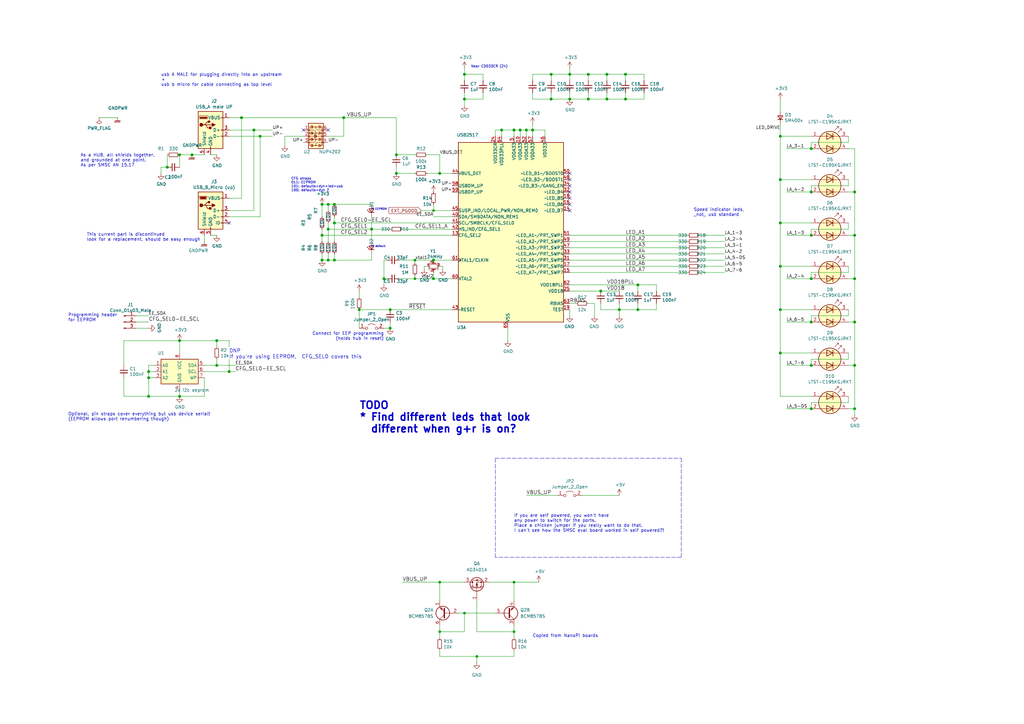
<source format=kicad_sch>
(kicad_sch (version 20211123) (generator eeschema)
  (paper "A3")
  (junction (at 78.74 63.5) (diameter 1.016))
  (junction (at 332.74 149.86) (diameter 1.016))
  (junction (at 73.66 63.5) (diameter 1.016))
  (junction (at 140.97 48.26) (diameter 1.016))
  (junction (at 350.52 149.86) (diameter 1.016))
  (junction (at 320.04 73.66) (diameter 1.016))
  (junction (at 226.06 30.48) (diameter 1.016))
  (junction (at 226.06 40.64) (diameter 1.016))
  (junction (at 248.92 40.64) (diameter 1.016))
  (junction (at 137.16 91.44) (diameter 1.016))
  (junction (at 233.68 40.64) (diameter 1.016))
  (junction (at 152.4 93.98) (diameter 1.016))
  (junction (at 233.68 30.48) (diameter 1.016))
  (junction (at 132.08 83.82) (diameter 1.016))
  (junction (at 160.02 127) (diameter 1.016))
  (junction (at 99.06 48.26) (diameter 1.016))
  (junction (at 218.44 53.34) (diameter 1.016))
  (junction (at 180.34 71.12) (diameter 1.016))
  (junction (at 210.82 259.08))
  (junction (at 320.04 144.78) (diameter 1.016))
  (junction (at 170.18 114.3))
  (junction (at 162.56 71.12) (diameter 1.016))
  (junction (at 256.54 40.64) (diameter 1.016))
  (junction (at 177.8 106.68) (diameter 1.016))
  (junction (at 350.52 114.3) (diameter 1.016))
  (junction (at 350.52 167.64) (diameter 1.016))
  (junction (at 332.74 114.3) (diameter 1.016))
  (junction (at 132.08 96.52) (diameter 1.016))
  (junction (at 160.02 134.62) (diameter 1.016))
  (junction (at 350.52 78.74) (diameter 1.016))
  (junction (at 248.92 30.48) (diameter 1.016))
  (junction (at 254 127) (diameter 1.016))
  (junction (at 261.62 127) (diameter 1.016))
  (junction (at 320.04 55.88) (diameter 1.016))
  (junction (at 137.16 83.82) (diameter 1.016))
  (junction (at 210.82 53.34) (diameter 1.016))
  (junction (at 157.48 114.3) (diameter 1.016))
  (junction (at 320.04 91.44) (diameter 1.016))
  (junction (at 241.3 40.64) (diameter 1.016))
  (junction (at 332.74 60.96) (diameter 1.016))
  (junction (at 162.56 63.5) (diameter 1.016))
  (junction (at 60.96 154.94) (diameter 1.016))
  (junction (at 205.74 53.34) (diameter 1.016))
  (junction (at 210.82 238.76))
  (junction (at 170.18 106.68))
  (junction (at 134.62 106.68) (diameter 1.016))
  (junction (at 106.68 55.88) (diameter 1.016))
  (junction (at 134.62 93.98) (diameter 1.016))
  (junction (at 350.52 132.08) (diameter 1.016))
  (junction (at 332.74 132.08) (diameter 1.016))
  (junction (at 261.62 116.84) (diameter 1.016))
  (junction (at 134.62 83.82) (diameter 1.016))
  (junction (at 73.66 162.56) (diameter 1.016))
  (junction (at 332.74 96.52) (diameter 1.016))
  (junction (at 88.9 149.86) (diameter 1.016))
  (junction (at 132.08 106.68) (diameter 1.016))
  (junction (at 332.74 167.64) (diameter 1.016))
  (junction (at 190.5 40.64) (diameter 1.016))
  (junction (at 88.9 139.7) (diameter 1.016))
  (junction (at 180.34 238.76))
  (junction (at 320.04 127) (diameter 1.016))
  (junction (at 350.52 96.52) (diameter 1.016))
  (junction (at 241.3 30.48) (diameter 1.016))
  (junction (at 256.54 30.48) (diameter 1.016))
  (junction (at 190.5 30.48) (diameter 1.016))
  (junction (at 195.58 269.24))
  (junction (at 215.9 53.34) (diameter 1.016))
  (junction (at 137.16 106.68) (diameter 1.016))
  (junction (at 60.96 152.4) (diameter 1.016))
  (junction (at 68.58 68.58) (diameter 1.016))
  (junction (at 180.34 259.08))
  (junction (at 177.8 86.36))
  (junction (at 320.04 109.22) (diameter 1.016))
  (junction (at 60.96 162.56) (diameter 1.016))
  (junction (at 332.74 78.74) (diameter 1.016))
  (junction (at 246.38 119.38) (diameter 1.016))
  (junction (at 73.66 139.7) (diameter 1.016))
  (junction (at 177.8 114.3) (diameter 1.016))
  (junction (at 104.14 53.34) (diameter 1.016))
  (junction (at 93.98 152.4) (diameter 1.016))
  (junction (at 190.5 251.46))
  (junction (at 147.32 127) (diameter 1.016))
  (junction (at 213.36 53.34) (diameter 1.016))
  (no_connect (at 124.46 53.34))
  (no_connect (at 93.98 91.44))
  (no_connect (at 233.68 81.28))
  (no_connect (at 233.68 86.36))
  (no_connect (at 134.62 53.34))
  (no_connect (at 233.68 71.12))
  (no_connect (at 233.68 83.82))
  (no_connect (at 233.68 78.74))
  (no_connect (at 233.68 73.66))
  (no_connect (at 233.68 76.2))
  (wire (pts (xy 322.58 149.86) (xy 332.74 149.86)))
  (wire (pts (xy 264.16 30.48) (xy 256.54 30.48)))
  (wire (pts (xy 350.52 78.74) (xy 350.52 96.52)))
  (wire (pts (xy 332.74 147.32) (xy 332.74 149.86)))
  (wire (pts (xy 347.98 129.54) (xy 332.74 129.54)))
  (wire (pts (xy 347.98 165.1) (xy 332.74 165.1)))
  (wire (pts (xy 287.02 99.06) (xy 297.18 99.06)))
  (wire (pts (xy 269.24 127) (xy 269.24 124.46)))
  (wire (pts (xy 347.98 149.86) (xy 350.52 149.86)))
  (wire (pts (xy 157.48 134.62) (xy 160.02 134.62)))
  (wire (pts (xy 215.9 203.2) (xy 228.6 203.2)))
  (wire (pts (xy 248.92 38.1) (xy 248.92 40.64)))
  (wire (pts (xy 180.34 71.12) (xy 175.26 71.12)))
  (wire (pts (xy 200.66 238.76) (xy 210.82 238.76)))
  (wire (pts (xy 241.3 124.46) (xy 243.84 124.46)))
  (wire (pts (xy 347.98 96.52) (xy 350.52 96.52)))
  (wire (pts (xy 264.16 40.64) (xy 256.54 40.64)))
  (wire (pts (xy 198.12 30.48) (xy 190.5 30.48)))
  (wire (pts (xy 256.54 30.48) (xy 248.92 30.48)))
  (wire (pts (xy 55.88 129.54) (xy 60.96 129.54)))
  (wire (pts (xy 60.96 152.4) (xy 60.96 154.94)))
  (wire (pts (xy 195.58 269.24) (xy 195.58 271.78)))
  (wire (pts (xy 332.74 109.22) (xy 320.04 109.22)))
  (wire (pts (xy 180.34 259.08) (xy 180.34 261.62)))
  (wire (pts (xy 83.82 152.4) (xy 93.98 152.4)))
  (wire (pts (xy 347.98 60.96) (xy 350.52 60.96)))
  (wire (pts (xy 60.96 162.56) (xy 73.66 162.56)))
  (wire (pts (xy 233.68 111.76) (xy 281.94 111.76)))
  (wire (pts (xy 134.62 55.88) (xy 140.97 55.88)))
  (wire (pts (xy 233.68 96.52) (xy 281.94 96.52)))
  (wire (pts (xy 320.04 162.56) (xy 320.04 144.78)))
  (wire (pts (xy 134.62 83.82) (xy 134.62 86.36)))
  (wire (pts (xy 332.74 91.44) (xy 320.04 91.44)))
  (wire (pts (xy 137.16 104.14) (xy 137.16 106.68)))
  (wire (pts (xy 106.68 55.88) (xy 111.76 55.88)))
  (wire (pts (xy 116.84 55.88) (xy 116.84 59.69)))
  (wire (pts (xy 50.8 139.7) (xy 73.66 139.7)))
  (wire (pts (xy 152.4 93.98) (xy 160.02 93.98)))
  (wire (pts (xy 180.34 259.08) (xy 190.5 259.08)))
  (wire (pts (xy 134.62 83.82) (xy 137.16 83.82)))
  (polyline (pts (xy 203.2 187.96) (xy 279.4 187.96)))
  (wire (pts (xy 208.28 134.62) (xy 208.28 139.7)))
  (wire (pts (xy 140.97 55.88) (xy 140.97 48.26)))
  (wire (pts (xy 134.62 106.68) (xy 132.08 106.68)))
  (wire (pts (xy 185.42 106.68) (xy 177.8 106.68)))
  (wire (pts (xy 233.68 116.84) (xy 261.62 116.84)))
  (wire (pts (xy 173.99 109.22) (xy 173.99 110.49)))
  (wire (pts (xy 175.26 109.22) (xy 173.99 109.22)))
  (wire (pts (xy 137.16 91.44) (xy 185.42 91.44)))
  (wire (pts (xy 132.08 104.14) (xy 132.08 106.68)))
  (wire (pts (xy 88.9 147.32) (xy 88.9 149.86)))
  (wire (pts (xy 50.8 162.56) (xy 60.96 162.56)))
  (wire (pts (xy 93.98 81.28) (xy 99.06 81.28)))
  (wire (pts (xy 350.52 167.64) (xy 350.52 170.18)))
  (wire (pts (xy 180.34 63.5) (xy 180.34 71.12)))
  (wire (pts (xy 347.98 144.78) (xy 347.98 147.32)))
  (wire (pts (xy 347.98 73.66) (xy 347.98 76.2)))
  (polyline (pts (xy 279.4 187.96) (xy 279.4 228.6)))
  (wire (pts (xy 83.82 162.56) (xy 73.66 162.56)))
  (wire (pts (xy 162.56 48.26) (xy 162.56 63.5)))
  (wire (pts (xy 195.58 259.08) (xy 210.82 259.08)))
  (wire (pts (xy 233.68 109.22) (xy 281.94 109.22)))
  (wire (pts (xy 40.64 48.26) (xy 48.26 48.26)))
  (wire (pts (xy 78.74 63.5) (xy 83.82 63.5)))
  (wire (pts (xy 68.58 68.58) (xy 66.04 68.58)))
  (wire (pts (xy 223.52 53.34) (xy 218.44 53.34)))
  (wire (pts (xy 332.74 73.66) (xy 320.04 73.66)))
  (wire (pts (xy 332.74 165.1) (xy 332.74 167.64)))
  (wire (pts (xy 350.52 132.08) (xy 350.52 149.86)))
  (wire (pts (xy 322.58 167.64) (xy 332.74 167.64)))
  (wire (pts (xy 152.4 88.9) (xy 152.4 93.98)))
  (wire (pts (xy 73.66 63.5) (xy 73.66 68.58)))
  (wire (pts (xy 134.62 93.98) (xy 134.62 99.06)))
  (wire (pts (xy 320.04 127) (xy 320.04 109.22)))
  (wire (pts (xy 287.02 111.76) (xy 297.18 111.76)))
  (wire (pts (xy 210.82 55.88) (xy 210.82 53.34)))
  (wire (pts (xy 241.3 30.48) (xy 241.3 33.02)))
  (wire (pts (xy 50.8 139.7) (xy 50.8 149.86)))
  (wire (pts (xy 198.12 33.02) (xy 198.12 30.48)))
  (wire (pts (xy 198.12 40.64) (xy 190.5 40.64)))
  (wire (pts (xy 287.02 101.6) (xy 297.18 101.6)))
  (wire (pts (xy 332.74 93.98) (xy 332.74 96.52)))
  (wire (pts (xy 163.83 106.68) (xy 170.18 106.68)))
  (wire (pts (xy 170.18 114.3) (xy 177.8 114.3)))
  (wire (pts (xy 93.98 152.4) (xy 96.52 152.4)))
  (wire (pts (xy 226.06 30.48) (xy 233.68 30.48)))
  (wire (pts (xy 261.62 127) (xy 261.62 124.46)))
  (wire (pts (xy 83.82 96.52) (xy 83.82 99.06)))
  (wire (pts (xy 350.52 114.3) (xy 350.52 132.08)))
  (wire (pts (xy 322.58 60.96) (xy 332.74 60.96)))
  (wire (pts (xy 180.34 269.24) (xy 195.58 269.24)))
  (wire (pts (xy 203.2 55.88) (xy 203.2 53.34)))
  (wire (pts (xy 157.48 114.3) (xy 158.75 114.3)))
  (wire (pts (xy 93.98 139.7) (xy 88.9 139.7)))
  (wire (pts (xy 210.82 238.76) (xy 210.82 246.38)))
  (wire (pts (xy 233.68 99.06) (xy 281.94 99.06)))
  (wire (pts (xy 132.08 83.82) (xy 132.08 88.9)))
  (wire (pts (xy 93.98 147.32) (xy 93.98 152.4)))
  (wire (pts (xy 152.4 106.68) (xy 137.16 106.68)))
  (wire (pts (xy 226.06 38.1) (xy 226.06 40.64)))
  (wire (pts (xy 55.88 134.62) (xy 60.96 134.62)))
  (wire (pts (xy 218.44 55.88) (xy 218.44 53.34)))
  (wire (pts (xy 106.68 55.88) (xy 93.98 55.88)))
  (wire (pts (xy 104.14 53.34) (xy 104.14 86.36)))
  (wire (pts (xy 332.74 129.54) (xy 332.74 132.08)))
  (wire (pts (xy 83.82 149.86) (xy 88.9 149.86)))
  (wire (pts (xy 152.4 104.14) (xy 152.4 106.68)))
  (wire (pts (xy 256.54 40.64) (xy 248.92 40.64)))
  (wire (pts (xy 213.36 55.88) (xy 213.36 53.34)))
  (wire (pts (xy 347.98 111.76) (xy 332.74 111.76)))
  (wire (pts (xy 106.68 55.88) (xy 106.68 88.9)))
  (wire (pts (xy 287.02 104.14) (xy 297.18 104.14)))
  (wire (pts (xy 152.4 93.98) (xy 152.4 99.06)))
  (wire (pts (xy 177.8 86.36) (xy 185.42 86.36)))
  (wire (pts (xy 203.2 53.34) (xy 205.74 53.34)))
  (wire (pts (xy 132.08 96.52) (xy 132.08 93.98)))
  (wire (pts (xy 88.9 142.24) (xy 88.9 139.7)))
  (wire (pts (xy 233.68 30.48) (xy 233.68 33.02)))
  (wire (pts (xy 347.98 58.42) (xy 332.74 58.42)))
  (wire (pts (xy 86.36 96.52) (xy 88.9 96.52)))
  (wire (pts (xy 175.26 63.5) (xy 180.34 63.5)))
  (wire (pts (xy 233.68 124.46) (xy 236.22 124.46)))
  (wire (pts (xy 347.98 55.88) (xy 347.98 58.42)))
  (wire (pts (xy 99.06 48.26) (xy 93.98 48.26)))
  (wire (pts (xy 218.44 40.64) (xy 226.06 40.64)))
  (wire (pts (xy 210.82 259.08) (xy 210.82 261.62)))
  (wire (pts (xy 60.96 154.94) (xy 60.96 162.56)))
  (wire (pts (xy 254 127) (xy 261.62 127)))
  (wire (pts (xy 86.36 63.5) (xy 88.9 63.5)))
  (wire (pts (xy 99.06 48.26) (xy 140.97 48.26)))
  (wire (pts (xy 99.06 81.28) (xy 99.06 48.26)))
  (wire (pts (xy 60.96 149.86) (xy 60.96 152.4)))
  (wire (pts (xy 347.98 162.56) (xy 347.98 165.1)))
  (wire (pts (xy 162.56 68.58) (xy 162.56 71.12)))
  (wire (pts (xy 132.08 83.82) (xy 134.62 83.82)))
  (wire (pts (xy 256.54 38.1) (xy 256.54 40.64)))
  (wire (pts (xy 190.5 251.46) (xy 203.2 251.46)))
  (wire (pts (xy 332.74 58.42) (xy 332.74 60.96)))
  (wire (pts (xy 347.98 127) (xy 347.98 129.54)))
  (wire (pts (xy 347.98 167.64) (xy 350.52 167.64)))
  (wire (pts (xy 180.34 238.76) (xy 190.5 238.76)))
  (wire (pts (xy 241.3 40.64) (xy 233.68 40.64)))
  (wire (pts (xy 210.82 269.24) (xy 195.58 269.24)))
  (wire (pts (xy 104.14 86.36) (xy 93.98 86.36)))
  (wire (pts (xy 233.68 127) (xy 233.68 129.54)))
  (wire (pts (xy 347.98 78.74) (xy 350.52 78.74)))
  (wire (pts (xy 322.58 114.3) (xy 332.74 114.3)))
  (wire (pts (xy 223.52 55.88) (xy 223.52 53.34)))
  (wire (pts (xy 205.74 53.34) (xy 210.82 53.34)))
  (wire (pts (xy 320.04 73.66) (xy 320.04 55.88)))
  (wire (pts (xy 157.48 106.68) (xy 157.48 114.3)))
  (wire (pts (xy 157.48 114.3) (xy 157.48 116.84)))
  (wire (pts (xy 158.75 106.68) (xy 157.48 106.68)))
  (wire (pts (xy 73.66 160.02) (xy 73.66 162.56)))
  (wire (pts (xy 88.9 139.7) (xy 73.66 139.7)))
  (wire (pts (xy 134.62 104.14) (xy 134.62 106.68)))
  (wire (pts (xy 350.52 96.52) (xy 350.52 114.3)))
  (wire (pts (xy 190.5 30.48) (xy 190.5 33.02)))
  (wire (pts (xy 73.66 139.7) (xy 73.66 144.78)))
  (wire (pts (xy 233.68 101.6) (xy 281.94 101.6)))
  (wire (pts (xy 190.5 259.08) (xy 190.5 251.46)))
  (wire (pts (xy 170.18 106.68) (xy 170.18 107.95)))
  (wire (pts (xy 218.44 38.1) (xy 218.44 40.64)))
  (wire (pts (xy 104.14 53.34) (xy 93.98 53.34)))
  (wire (pts (xy 322.58 78.74) (xy 332.74 78.74)))
  (wire (pts (xy 190.5 40.64) (xy 190.5 43.18)))
  (wire (pts (xy 226.06 40.64) (xy 233.68 40.64)))
  (wire (pts (xy 332.74 144.78) (xy 320.04 144.78)))
  (wire (pts (xy 246.38 127) (xy 254 127)))
  (wire (pts (xy 160.02 132.08) (xy 160.02 134.62)))
  (wire (pts (xy 215.9 53.34) (xy 218.44 53.34)))
  (wire (pts (xy 165.1 93.98) (xy 185.42 93.98)))
  (wire (pts (xy 195.58 246.38) (xy 195.58 259.08)))
  (wire (pts (xy 137.16 83.82) (xy 152.4 83.82)))
  (wire (pts (xy 248.92 40.64) (xy 241.3 40.64)))
  (wire (pts (xy 233.68 106.68) (xy 281.94 106.68)))
  (wire (pts (xy 60.96 154.94) (xy 63.5 154.94)))
  (wire (pts (xy 233.68 30.48) (xy 241.3 30.48)))
  (wire (pts (xy 332.74 127) (xy 320.04 127)))
  (wire (pts (xy 254 127) (xy 254 129.54)))
  (wire (pts (xy 185.42 71.12) (xy 180.34 71.12)))
  (wire (pts (xy 320.04 109.22) (xy 320.04 91.44)))
  (wire (pts (xy 147.32 127) (xy 160.02 127)))
  (wire (pts (xy 134.62 91.44) (xy 134.62 93.98)))
  (wire (pts (xy 226.06 30.48) (xy 226.06 33.02)))
  (wire (pts (xy 233.68 30.48) (xy 233.68 27.94)))
  (wire (pts (xy 180.34 238.76) (xy 180.34 246.38)))
  (wire (pts (xy 256.54 33.02) (xy 256.54 30.48)))
  (wire (pts (xy 170.18 113.03) (xy 170.18 114.3)))
  (wire (pts (xy 104.14 53.34) (xy 111.76 53.34)))
  (wire (pts (xy 332.74 111.76) (xy 332.74 114.3)))
  (wire (pts (xy 261.62 127) (xy 269.24 127)))
  (wire (pts (xy 177.8 88.9) (xy 185.42 88.9)))
  (wire (pts (xy 140.97 48.26) (xy 162.56 48.26)))
  (wire (pts (xy 137.16 91.44) (xy 137.16 99.06)))
  (wire (pts (xy 322.58 96.52) (xy 332.74 96.52)))
  (wire (pts (xy 137.16 88.9) (xy 137.16 91.44)))
  (wire (pts (xy 213.36 53.34) (xy 215.9 53.34)))
  (wire (pts (xy 243.84 124.46) (xy 243.84 129.54)))
  (wire (pts (xy 320.04 144.78) (xy 320.04 127)))
  (wire (pts (xy 347.98 91.44) (xy 347.98 93.98)))
  (wire (pts (xy 254 127) (xy 254 124.46)))
  (wire (pts (xy 233.68 104.14) (xy 281.94 104.14)))
  (wire (pts (xy 55.88 132.08) (xy 60.96 132.08)))
  (wire (pts (xy 180.34 109.22) (xy 181.61 109.22)))
  (wire (pts (xy 181.61 109.22) (xy 181.61 110.49)))
  (wire (pts (xy 147.32 127) (xy 147.32 134.62)))
  (wire (pts (xy 248.92 30.48) (xy 241.3 30.48)))
  (wire (pts (xy 210.82 238.76) (xy 220.98 238.76)))
  (wire (pts (xy 187.96 251.46) (xy 190.5 251.46)))
  (wire (pts (xy 347.98 147.32) (xy 332.74 147.32)))
  (wire (pts (xy 264.16 33.02) (xy 264.16 30.48)))
  (wire (pts (xy 347.98 132.08) (xy 350.52 132.08)))
  (wire (pts (xy 137.16 106.68) (xy 134.62 106.68)))
  (wire (pts (xy 332.74 76.2) (xy 332.74 78.74)))
  (wire (pts (xy 233.68 38.1) (xy 233.68 40.64)))
  (wire (pts (xy 147.32 119.38) (xy 147.32 121.92)))
  (wire (pts (xy 205.74 55.88) (xy 205.74 53.34)))
  (wire (pts (xy 68.58 63.5) (xy 68.58 68.58)))
  (wire (pts (xy 210.82 53.34) (xy 213.36 53.34)))
  (wire (pts (xy 287.02 109.22) (xy 297.18 109.22)))
  (wire (pts (xy 165.1 238.76) (xy 180.34 238.76)))
  (wire (pts (xy 83.82 154.94) (xy 83.82 162.56)))
  (wire (pts (xy 246.38 119.38) (xy 254 119.38)))
  (wire (pts (xy 63.5 149.86) (xy 60.96 149.86)))
  (wire (pts (xy 93.98 88.9) (xy 106.68 88.9)))
  (wire (pts (xy 218.44 33.02) (xy 218.44 30.48)))
  (wire (pts (xy 134.62 93.98) (xy 152.4 93.98)))
  (wire (pts (xy 287.02 106.68) (xy 297.18 106.68)))
  (wire (pts (xy 248.92 33.02) (xy 248.92 30.48)))
  (wire (pts (xy 347.98 76.2) (xy 332.74 76.2)))
  (wire (pts (xy 233.68 119.38) (xy 246.38 119.38)))
  (wire (pts (xy 332.74 162.56) (xy 320.04 162.56)))
  (wire (pts (xy 215.9 55.88) (xy 215.9 53.34)))
  (wire (pts (xy 218.44 30.48) (xy 226.06 30.48)))
  (wire (pts (xy 132.08 96.52) (xy 185.42 96.52)))
  (wire (pts (xy 320.04 50.8) (xy 320.04 55.88)))
  (wire (pts (xy 163.83 114.3) (xy 170.18 114.3)))
  (wire (pts (xy 177.8 114.3) (xy 177.8 111.76)))
  (wire (pts (xy 185.42 114.3) (xy 177.8 114.3)))
  (wire (pts (xy 269.24 116.84) (xy 269.24 119.38)))
  (wire (pts (xy 162.56 71.12) (xy 170.18 71.12)))
  (wire (pts (xy 190.5 27.94) (xy 190.5 30.48)))
  (wire (pts (xy 170.18 106.68) (xy 177.8 106.68)))
  (wire (pts (xy 160.02 127) (xy 185.42 127)))
  (wire (pts (xy 320.04 40.64) (xy 320.04 45.72)))
  (wire (pts (xy 347.98 109.22) (xy 347.98 111.76)))
  (wire (pts (xy 261.62 116.84) (xy 261.62 119.38)))
  (wire (pts (xy 73.66 63.5) (xy 78.74 63.5)))
  (wire (pts (xy 320.04 55.88) (xy 332.74 55.88)))
  (wire (pts (xy 238.76 203.2) (xy 254 203.2)))
  (wire (pts (xy 132.08 99.06) (xy 132.08 96.52)))
  (wire (pts (xy 180.34 266.7) (xy 180.34 269.24)))
  (wire (pts (xy 350.52 60.96) (xy 350.52 78.74)))
  (wire (pts (xy 347.98 114.3) (xy 350.52 114.3)))
  (wire (pts (xy 60.96 152.4) (xy 63.5 152.4)))
  (wire (pts (xy 124.46 55.88) (xy 116.84 55.88)))
  (wire (pts (xy 177.8 83.82) (xy 177.8 86.36)))
  (wire (pts (xy 177.8 86.36) (xy 172.72 86.36)))
  (wire (pts (xy 50.8 154.94) (xy 50.8 162.56)))
  (wire (pts (xy 66.04 68.58) (xy 66.04 71.12)))
  (wire (pts (xy 347.98 93.98) (xy 332.74 93.98)))
  (wire (pts (xy 320.04 91.44) (xy 320.04 73.66)))
  (wire (pts (xy 190.5 38.1) (xy 190.5 40.64)))
  (wire (pts (xy 210.82 259.08) (xy 210.82 256.54)))
  (wire (pts (xy 322.58 132.08) (xy 332.74 132.08)))
  (wire (pts (xy 210.82 266.7) (xy 210.82 269.24)))
  (wire (pts (xy 264.16 38.1) (xy 264.16 40.64)))
  (polyline (pts (xy 279.4 228.6) (xy 203.2 228.6)))
  (wire (pts (xy 261.62 116.84) (xy 269.24 116.84)))
  (wire (pts (xy 180.34 256.54) (xy 180.34 259.08)))
  (wire (pts (xy 246.38 124.46) (xy 246.38 127)))
  (wire (pts (xy 93.98 142.24) (xy 93.98 139.7)))
  (wire (pts (xy 198.12 38.1) (xy 198.12 40.64)))
  (wire (pts (xy 241.3 38.1) (xy 241.3 40.64)))
  (wire (pts (xy 218.44 53.34) (xy 218.44 50.8)))
  (wire (pts (xy 88.9 149.86) (xy 96.52 149.86)))
  (polyline (pts (xy 203.2 228.6) (xy 203.2 187.96)))
  (wire (pts (xy 350.52 149.86) (xy 350.52 167.64)))
  (wire (pts (xy 287.02 96.52) (xy 297.18 96.52)))
  (wire (pts (xy 162.56 63.5) (xy 170.18 63.5)))
  (text "If default" (at 152.4 101.6 0) (effects (font (size 0.7874 0.7874)) (justify left bottom)))
  (text "If EEPROM" (at 152.4 86.36 0) (effects (font (size 0.7874 0.7874)) (justify left bottom)))
  (text "usb A MALE for plugging directly into an upstream\n+\nusb b micro for cable connecting as top level" (at 66.04 35.56 0) (effects (font (size 1.27 1.27)) (justify left bottom)))
  (text "DNP\nIf you're using EEPROM,  CFG_SEL0 covers this" (at 93.98 147.32 0) (effects (font (size 1.4986 1.4986)) (justify left bottom)))
  (text "CFG straps\n011: EEPROM\n101: defaults+dyn+led=usb\n100: defaults+dyn ?" (at 119.38 78.74 0) (effects (font (size 0.9906 0.9906)) (justify left bottom)))
  (text "Copied from NanoPi boards" (at 218.44 261.62 0) (effects (font (size 1.27 1.27)) (justify left bottom)))
  (text "TODO\n* Find different leds that look \n  different when g+r is on?" (at 147.32 177.8 0) (effects (font (size 3 3) (thickness 0.6) bold) (justify left bottom)))
  (text "Speed indicator leds,\n_not_ usb standard" (at 284.48 88.9 0) (effects (font (size 1.27 1.27)) (justify left bottom)))
  (text "If you are self powered, you won't have\nany power to switch for the ports.\nPlace a chicken jumper if you really want to do that.\nI can't see how the SMSC eval board worked in self powered?!" (at 210.82 218.44 0) (effects (font (size 1.27 1.27)) (justify left bottom)))
  (text "Near CDD33CR (24)" (at 208.28 27.94 180) (effects (font (size 0.9906 0.9906)) (justify right bottom)))
  (text "As a HUB, all shields together,\nand grounded at one point.\nAs per SMSC AN 15.17 " (at 33.02 68.58 0) (effects (font (size 1.27 1.27)) (justify left bottom)))
  (text "Optional, pin straps cover everything but usb device serial!\n(EEPROM allows port renumbering though)" (at 27.94 172.72 0) (effects (font (size 1.27 1.27)) (justify left bottom)))
  (text "Programming header\nfor EEPROM" (at 27.94 132.08 0) (effects (font (size 1.27 1.27)) (justify left bottom)))
  (text "Connect for EEP programming\n(holds hub in reset)" (at 157.48 139.7 180) (effects (font (size 1.27 1.27)) (justify right bottom)))
  (text "This current part is discontinued\nlook for a replacement, should be easy enough" (at 35.56 99.06 0) (effects (font (size 1.27 1.27)) (justify left bottom)))
  (label "CFG_SEL0-EE_SCL" (at 139.7 91.44 0) (effects (font (size 1.499 1.499))))
  (label "UP+" (at 124.46 58.42 180))
  (label "RBIAS" (at 233.68 124.46 0) (effects (font (size 1.4986 1.4986))))
  (label "LA_6-5" (at 322.58 132.08 0))
  (label "LA_4-2" (at 297.18 104.14 0))
  (label "LED_A5" (at 256.54 106.68 0) (effects (font (size 1.4986 1.4986))))
  (label "UP-" (at 111.76 55.88 0))
  (label "EE_SDA" (at 177.8 88.9 180))
  (label "LA_7-6" (at 297.18 111.76 0))
  (label "LED_A1" (at 256.54 96.52 0) (effects (font (size 1.4986 1.4986))))
  (label "LED_A6" (at 256.54 109.22 0) (effects (font (size 1.4986 1.4986))))
  (label "LED_A4" (at 256.54 104.14 0) (effects (font (size 1.4986 1.4986))))
  (label "LA_2-4" (at 297.18 99.06 0))
  (label "UP+" (at 185.42 78.74 180))
  (label "LED_DRIVE" (at 320.04 53.34 180))
  (label "VBUS_DET" (at 180.34 63.5 0))
  (label "CFG_SEL0-EE_SCL" (at 60.96 132.08 0) (effects (font (size 1.499 1.499))))
  (label "LA_5-DS" (at 297.18 106.68 0))
  (label "LA_3-1" (at 297.18 101.6 0))
  (label "CFG_SEL1_A" (at 170.18 93.98 0) (effects (font (size 1.4986 1.4986))))
  (label "VBUS_UP" (at 215.9 203.2 0) (effects (font (size 1.4986 1.4986))))
  (label "UP-" (at 134.62 58.42 0))
  (label "LA_7-6" (at 322.58 149.86 0))
  (label "UP-" (at 185.42 76.2 180))
  (label "EE_SDA" (at 60.96 129.54 0))
  (label "VBUS_UP" (at 165.1 238.76 0) (effects (font (size 1.4986 1.4986))))
  (label "LA_1-3" (at 297.18 96.52 0))
  (label "LED_A2" (at 256.54 99.06 0) (effects (font (size 1.4986 1.4986))))
  (label "~{RESET}" (at 167.64 127 0) (effects (font (size 1.4986 1.4986))))
  (label "LA_4-2" (at 322.58 78.74 0))
  (label "CFG_SEL2" (at 139.7 96.52 0) (effects (font (size 1.4986 1.4986))))
  (label "VDD18" (at 248.92 119.38 0) (effects (font (size 1.4986 1.4986))))
  (label "LA_3-1" (at 322.58 60.96 0))
  (label "xtal2" (at 177.8 114.3 180))
  (label "xtal1" (at 175.26 106.68 180))
  (label "LED_A3" (at 256.54 101.6 0) (effects (font (size 1.4986 1.4986))))
  (label "EE_SDA" (at 96.52 149.86 0))
  (label "LA_6-5" (at 297.18 109.22 0))
  (label "LA_2-4" (at 322.58 114.3 0))
  (label "CFG_SEL1" (at 139.7 93.98 0) (effects (font (size 1.4986 1.4986))))
  (label "LED_A7" (at 256.54 111.76 0) (effects (font (size 1.4986 1.4986))))
  (label "VDD18PLL" (at 248.92 116.84 0) (effects (font (size 1.4986 1.4986))))
  (label "LA_1-3" (at 322.58 96.52 0))
  (label "UP+" (at 111.76 53.34 0))
  (label "LA_5-DS" (at 322.58 167.64 0))
  (label "VBUS_UP" (at 142.24 48.26 0) (effects (font (size 1.4986 1.4986))))
  (label "CFG_SEL0-EE_SCL" (at 96.52 152.4 0) (effects (font (size 1.499 1.499))))
  (global_label "EXT_PGOOD" (shape input) (at 172.72 86.36 180) (property "Intersheet References" "${INTERSHEET_REFS}" (effects hide)))
  (symbol (lib_id "Interface_USB:USB2517") (at 208.28 93.98 0) (unit 1)
    (property "Reference" "U3" (at 189.23 134.3152 0))
    (property "Value" "USB2517" (at 191.77 55.3466 0))
    (property "Footprint" "Package_DFN_QFN:QFN-64-1EP_9x9mm_P0.5mm_EP4.7x4.7mm_ThermalVias" (effects hide))
    (property "Datasheet" "http://ww1.microchip.com/downloads/en/DeviceDoc/USB2517-USB2517i-Data-Sheet-00001598C.pdf" (effects hide))
    (property "MPN" "USB2517I-JZX-TR" (effects hide))
    (property "jlc-basic" "0" (effects hide))
    (property "lcsc#" "C626667" (effects hide))
  )
  (symbol (lib_id "Device:R_Small") (at 132.08 91.44 0) (unit 1)
    (property "Reference" "R3" (at 124.46 91.44 90))
    (property "Value" "10k" (at 132.08 91.44 90))
    (property "Footprint" "Resistor_SMD:R_0603_1608Metric" (effects hide))
    (property "MPN" "0603WAF1002T5E" (effects hide))
    (property "jlc-basic" "1" (effects hide))
    (property "lcsc#" "C25804" (effects hide))
    (property "DNP" "1" (effects hide))
  )
  (symbol (lib_id "power:+3V3") (at 132.08 83.82 0) (unit 1)
    (property "Reference" "#PWR014" (effects hide))
    (property "Value" "+3V3" (at 132.461 79.4258 0))
  )
  (symbol (lib_id "Device:R_Small") (at 172.72 71.12 270) (unit 1)
    (property "Reference" "R13" (at 172.72 68.58 90))
    (property "Value" "100k" (at 172.72 73.66 90))
    (property "Footprint" "Resistor_SMD:R_0603_1608Metric" (effects hide))
    (property "MPN" "0603WAF1003T5E" (effects hide))
    (property "jlc-basic" "1" (effects hide))
    (property "lcsc#" "C25803" (effects hide))
  )
  (symbol (lib_id "Device:R_Small") (at 172.72 63.5 90) (unit 1)
    (property "Reference" "R12" (at 172.72 60.96 90))
    (property "Value" "100k" (at 172.72 66.167 90))
    (property "Footprint" "Resistor_SMD:R_0603_1608Metric" (effects hide))
    (property "MPN" "0603WAF1003T5E" (effects hide))
    (property "jlc-basic" "1" (effects hide))
    (property "lcsc#" "C25803" (effects hide))
  )
  (symbol (lib_id "Connector:USB_B_Micro") (at 86.36 86.36 0) (unit 1)
    (property "Reference" "J3" (at 87.8078 74.4982 0))
    (property "Value" "USB_B_Micro (up)" (at 87.8078 76.8096 0))
    (property "Footprint" "Connector_USB:USB_Micro-B_Amphenol_10118194-0001LF_Horizontal" (effects hide))
    (property "MPN" "U254-051T-4BH23-S2B" (effects hide))
    (property "jlc-basic" "0" (effects hide))
    (property "lcsc#" "C319164" (effects hide))
  )
  (symbol (lib_id "power:+3V3") (at 320.04 40.64 0) (unit 1)
    (property "Reference" "#PWR035" (effects hide))
    (property "Value" "+3V3" (at 320.421 36.2458 0))
  )
  (symbol (lib_id "power:GND") (at 162.56 71.12 0) (unit 1)
    (property "Reference" "#PWR019" (effects hide))
    (property "Value" "GND" (at 162.687 75.5142 0))
  )
  (symbol (lib_id "Device:R_Small") (at 238.76 124.46 90) (mirror x) (unit 1)
    (property "Reference" "R17" (at 238.76 121.92 90))
    (property "Value" "12k" (at 238.76 127 90))
    (property "Footprint" "Resistor_SMD:R_0603_1608Metric" (effects hide))
    (property "MPN" "0603WAF1202T5E" (effects hide))
    (property "jlc-basic" "1" (effects hide))
    (property "lcsc#" "C22790" (effects hide))
  )
  (symbol (lib_id "Device:R_Small") (at 132.08 101.6 0) (unit 1)
    (property "Reference" "R4" (at 124.46 101.6 90))
    (property "Value" "10k" (at 132.08 101.6 90))
    (property "Footprint" "Resistor_SMD:R_0603_1608Metric" (effects hide))
    (property "MPN" "0603WAF1002T5E" (effects hide))
    (property "jlc-basic" "1" (effects hide))
    (property "lcsc#" "C25804" (effects hide))
  )
  (symbol (lib_id "power:+3V3") (at 218.44 50.8 0) (unit 1)
    (property "Reference" "#PWR027" (effects hide))
    (property "Value" "+3V3" (at 218.821 46.4058 0))
  )
  (symbol (lib_id "power:GND") (at 208.28 139.7 0) (unit 1)
    (property "Reference" "#PWR026" (effects hide))
    (property "Value" "GND" (at 208.407 144.0942 0))
  )
  (symbol (lib_id "Connector:USB_A") (at 86.36 53.34 0) (unit 1)
    (property "Reference" "J2" (at 87.8078 41.4782 0))
    (property "Value" "USB_A male UP" (at 87.8078 43.7896 0))
    (property "Footprint" "Connector_USB:USB_A_Plug_SOFNG_USB-05" (effects hide))
    (property "Datasheet" " ~" (effects hide))
    (property "MPN" "SOFNG USB-05" (effects hide))
    (property "DNP" "1" (effects hide))
  )
  (symbol (lib_id "Device:C_Small") (at 162.56 66.04 0) (unit 1)
    (property "Reference" "C6" (at 164.8968 64.897 0) (effects (justify left)))
    (property "Value" "1uF" (at 164.8714 67.183 0) (effects (justify left)))
    (property "Footprint" "Capacitor_SMD:C_0603_1608Metric" (effects hide))
    (property "MPN" "CL10A105KB8NNNC" (effects hide))
    (property "jlc-basic" "1" (effects hide))
    (property "lcsc#" "C15849" (effects hide))
  )
  (symbol (lib_id "Memory_EEPROM:24LC02") (at 73.66 152.4 0) (unit 1)
    (property "Reference" "U1" (at 66.04 144.78 0))
    (property "Value" "2k i2c eeprom" (at 78.74 160.02 0))
    (property "Footprint" "Package_SO:SOIC-8_3.9x4.9mm_P1.27mm" (effects hide))
    (property "Datasheet" "http://ww1.microchip.com/downloads/en/DeviceDoc/21709c.pdf" (effects hide))
    (property "MPN" "M24C02-WMN6TP" (effects hide))
    (property "jlc-basic" "1" (effects hide))
    (property "lcsc#" "C7562" (effects hide))
  )
  (symbol (lib_id "power:+3V3") (at 147.32 119.38 0) (unit 1)
    (property "Reference" "#PWR016" (effects hide))
    (property "Value" "+3V3" (at 147.701 114.9858 0))
  )
  (symbol (lib_id "power:GND") (at 160.02 134.62 0) (unit 1)
    (property "Reference" "#PWR018" (effects hide))
    (property "Value" "GND" (at 160.147 139.0142 0))
  )
  (symbol (lib_id "power:+3V3") (at 73.66 139.7 0) (unit 1)
    (property "Reference" "#PWR07" (effects hide))
    (property "Value" "+3V3" (at 74.041 135.3058 0))
  )
  (symbol (lib_id "Device:R_Small") (at 284.48 101.6 90) (unit 1)
    (property "Reference" "R20" (at 289.56 101.6 90) (effects (justify left)))
    (property "Value" "330" (at 281.94 101.6 90) (effects (justify left)))
    (property "Footprint" "Resistor_SMD:R_0603_1608Metric" (effects hide))
    (property "MPN" "0603WAF3300T5E" (effects hide))
    (property "jlc-basic" "1" (effects hide))
    (property "lcsc#" "C23138" (effects hide))
  )
  (symbol (lib_id "Device:R_Small") (at 88.9 144.78 0) (unit 1)
    (property "Reference" "R2" (at 90.3986 143.637 0) (effects (justify left)))
    (property "Value" "10k" (at 90.3986 145.923 0) (effects (justify left)))
    (property "Footprint" "Resistor_SMD:R_0603_1608Metric" (effects hide))
    (property "MPN" "0603WAF1002T5E" (effects hide))
    (property "jlc-basic" "1" (effects hide))
    (property "lcsc#" "C25804" (effects hide))
  )
  (symbol (lib_id "power:GND") (at 132.08 106.68 0) (unit 1)
    (property "Reference" "#PWR015" (effects hide))
    (property "Value" "GND" (at 132.207 111.0742 0))
  )
  (symbol (lib_id "Device:R_Small") (at 284.48 99.06 90) (unit 1)
    (property "Reference" "R19" (at 289.56 99.06 90) (effects (justify left)))
    (property "Value" "330" (at 281.94 99.06 90) (effects (justify left)))
    (property "Footprint" "Resistor_SMD:R_0603_1608Metric" (effects hide))
    (property "MPN" "0603WAF3300T5E" (effects hide))
    (property "jlc-basic" "1" (effects hide))
    (property "lcsc#" "C23138" (effects hide))
  )
  (symbol (lib_id "Device:R_Small") (at 284.48 106.68 90) (unit 1)
    (property "Reference" "R22" (at 289.56 106.68 90) (effects (justify left)))
    (property "Value" "330" (at 281.94 106.68 90) (effects (justify left)))
    (property "Footprint" "Resistor_SMD:R_0603_1608Metric" (effects hide))
    (property "MPN" "0603WAF3300T5E" (effects hide))
    (property "jlc-basic" "1" (effects hide))
    (property "lcsc#" "C23138" (effects hide))
  )
  (symbol (lib_id "power:GND") (at 243.84 129.54 0) (mirror y) (unit 1)
    (property "Reference" "#PWR032" (effects hide))
    (property "Value" "GND" (at 243.713 133.9342 0))
  )
  (symbol (lib_id "Device:R_Small") (at 284.48 96.52 90) (unit 1)
    (property "Reference" "R18" (at 289.56 96.52 90) (effects (justify left)))
    (property "Value" "330" (at 281.94 96.52 90) (effects (justify left)))
    (property "Footprint" "Resistor_SMD:R_0603_1608Metric" (effects hide))
    (property "MPN" "0603WAF3300T5E" (effects hide))
    (property "jlc-basic" "1" (effects hide))
    (property "lcsc#" "C23138" (effects hide))
  )
  (symbol (lib_id "Connector:Conn_01x03_Male") (at 50.8 132.08 0) (unit 1)
    (property "Reference" "J1" (at 53.5432 124.9934 0))
    (property "Value" "Conn_01x03_Male" (at 53.5432 127.3048 0))
    (property "Footprint" "Connector_PinHeader_2.54mm:PinHeader_1x03_P2.54mm_Vertical" (effects hide))
    (property "DNP" "1" (effects hide))
  )
  (symbol (lib_id "power:GND") (at 60.96 134.62 90) (unit 1)
    (property "Reference" "#PWR05" (effects hide))
    (property "Value" "GND" (at 65.3542 134.493 0))
  )
  (symbol (lib_id "Device:R_Small") (at 147.32 124.46 0) (unit 1)
    (property "Reference" "R9" (at 142.3416 124.46 90))
    (property "Value" "100k" (at 144.653 124.46 90))
    (property "Footprint" "Resistor_SMD:R_0603_1608Metric" (effects hide))
    (property "MPN" "0603WAF1003T5E" (effects hide))
    (property "jlc-basic" "1" (effects hide))
    (property "lcsc#" "C25803" (effects hide))
  )
  (symbol (lib_id "Device:R_Small") (at 284.48 104.14 90) (unit 1)
    (property "Reference" "R21" (at 289.56 104.14 90) (effects (justify left)))
    (property "Value" "330" (at 281.94 104.14 90) (effects (justify left)))
    (property "Footprint" "Resistor_SMD:R_0603_1608Metric" (effects hide))
    (property "MPN" "0603WAF3300T5E" (effects hide))
    (property "jlc-basic" "1" (effects hide))
    (property "lcsc#" "C23138" (effects hide))
  )
  (symbol (lib_id "power:GND") (at 73.66 162.56 0) (unit 1)
    (property "Reference" "#PWR08" (effects hide))
    (property "Value" "GND" (at 73.787 166.9542 0))
  )
  (symbol (lib_id "Device:R_Small") (at 134.62 88.9 0) (unit 1)
    (property "Reference" "R5" (at 127 88.9 90))
    (property "Value" "10k" (at 134.62 88.9 90))
    (property "Footprint" "Resistor_SMD:R_0603_1608Metric" (effects hide))
    (property "MPN" "0603WAF1002T5E" (effects hide))
    (property "jlc-basic" "1" (effects hide))
    (property "lcsc#" "C25804" (effects hide))
  )
  (symbol (lib_id "Device:R_Small") (at 137.16 101.6 0) (unit 1)
    (property "Reference" "R8" (at 129.54 101.6 90))
    (property "Value" "10k" (at 137.16 101.6 90))
    (property "Footprint" "Resistor_SMD:R_0603_1608Metric" (effects hide))
    (property "MPN" "0603WAF1002T5E" (effects hide))
    (property "jlc-basic" "1" (effects hide))
    (property "lcsc#" "C25804" (effects hide))
    (property "DNP" "1" (effects hide))
  )
  (symbol (lib_id "Device:R_Small") (at 284.48 111.76 90) (unit 1)
    (property "Reference" "R24" (at 289.56 111.76 90) (effects (justify left)))
    (property "Value" "330" (at 281.94 111.76 90) (effects (justify left)))
    (property "Footprint" "Resistor_SMD:R_0603_1608Metric" (effects hide))
    (property "MPN" "0603WAF3300T5E" (effects hide))
    (property "jlc-basic" "1" (effects hide))
    (property "lcsc#" "C23138" (effects hide))
  )
  (symbol (lib_id "Device:D_Small") (at 320.04 48.26 90) (unit 1)
    (property "Reference" "D3" (at 321.818 47.117 90) (effects (justify right)))
    (property "Value" "SM400x" (at 321.818 49.403 90) (effects (justify right)))
    (property "Footprint" "Diode_SMD:D_SOD-123F" (effects hide))
    (property "MPN" "SM4007PL" (effects hide))
    (property "jlc-basic" "1" (effects hide))
    (property "lcsc#" "C64898" (effects hide))
  )
  (symbol (lib_id "Device:C_Small") (at 246.38 121.92 0) (unit 1)
    (property "Reference" "C13" (at 248.7168 120.777 0) (effects (justify left)))
    (property "Value" "1uF" (at 248.6914 123.063 0) (effects (justify left)))
    (property "Footprint" "Capacitor_SMD:C_0603_1608Metric" (effects hide))
    (property "MPN" "CL10A105KB8NNNC" (effects hide))
    (property "jlc-basic" "1" (effects hide))
    (property "lcsc#" "C15849" (effects hide))
  )
  (symbol (lib_id "Device:C_Small") (at 261.62 121.92 0) (unit 1)
    (property "Reference" "C17" (at 263.9568 120.777 0) (effects (justify left)))
    (property "Value" "1uF" (at 263.9314 123.063 0) (effects (justify left)))
    (property "Footprint" "Capacitor_SMD:C_0603_1608Metric" (effects hide))
    (property "MPN" "CL10A105KB8NNNC" (effects hide))
    (property "jlc-basic" "1" (effects hide))
    (property "lcsc#" "C15849" (effects hide))
  )
  (symbol (lib_id "power:GND") (at 254 129.54 0) (mirror y) (unit 1)
    (property "Reference" "#PWR033" (effects hide))
    (property "Value" "GND" (at 253.873 133.9342 0))
  )
  (symbol (lib_id "power:GND") (at 233.68 129.54 0) (mirror y) (unit 1)
    (property "Reference" "#PWR031" (effects hide))
    (property "Value" "GND" (at 233.553 133.9342 0))
  )
  (symbol (lib_id "power:+3V3") (at 233.68 27.94 0) (unit 1)
    (property "Reference" "#PWR029" (effects hide))
    (property "Value" "+3V3" (at 234.061 23.5458 0))
  )
  (symbol (lib_id "power:GND") (at 233.68 40.64 0) (unit 1)
    (property "Reference" "#PWR030" (effects hide))
    (property "Value" "GND" (at 233.807 45.0342 0))
  )
  (symbol (lib_id "Device:C_Small") (at 256.54 35.56 0) (unit 1)
    (property "Reference" "C16" (at 258.8768 34.417 0) (effects (justify left)))
    (property "Value" "100nF" (at 258.8514 36.703 0) (effects (justify left)))
    (property "Footprint" "Capacitor_SMD:C_0603_1608Metric" (effects hide))
    (property "MPN" "CC0603KRX7R9BB104 " (effects hide))
    (property "lcsc#" "C14663" (effects hide))
    (property "jlc-basic" "1" (effects hide))
  )
  (symbol (lib_id "Device:C_Small") (at 218.44 35.56 0) (unit 1)
    (property "Reference" "C9" (at 220.7768 34.417 0) (effects (justify left)))
    (property "Value" "1uF" (at 220.7514 36.703 0) (effects (justify left)))
    (property "Footprint" "Capacitor_SMD:C_0603_1608Metric" (effects hide))
    (property "MPN" "CL10A105KB8NNNC" (effects hide))
    (property "jlc-basic" "1" (effects hide))
    (property "lcsc#" "C15849" (effects hide))
  )
  (symbol (lib_id "Device:C_Small") (at 226.06 35.56 0) (unit 1)
    (property "Reference" "C10" (at 228.3968 34.417 0) (effects (justify left)))
    (property "Value" "100nF" (at 228.3714 36.703 0) (effects (justify left)))
    (property "Footprint" "Capacitor_SMD:C_0603_1608Metric" (effects hide))
    (property "MPN" "CC0603KRX7R9BB104 " (effects hide))
    (property "lcsc#" "C14663" (effects hide))
    (property "jlc-basic" "1" (effects hide))
  )
  (symbol (lib_id "Device:C_Small") (at 233.68 35.56 0) (unit 1)
    (property "Reference" "C11" (at 236.0168 34.417 0) (effects (justify left)))
    (property "Value" "100nF" (at 235.9914 36.703 0) (effects (justify left)))
    (property "Footprint" "Capacitor_SMD:C_0603_1608Metric" (effects hide))
    (property "MPN" "CC0603KRX7R9BB104 " (effects hide))
    (property "lcsc#" "C14663" (effects hide))
    (property "jlc-basic" "1" (effects hide))
  )
  (symbol (lib_id "Device:C_Small") (at 241.3 35.56 0) (unit 1)
    (property "Reference" "C12" (at 243.6368 34.417 0) (effects (justify left)))
    (property "Value" "100nF" (at 243.6114 36.703 0) (effects (justify left)))
    (property "Footprint" "Capacitor_SMD:C_0603_1608Metric" (effects hide))
    (property "MPN" "CC0603KRX7R9BB104 " (effects hide))
    (property "lcsc#" "C14663" (effects hide))
    (property "jlc-basic" "1" (effects hide))
  )
  (symbol (lib_id "Device:C_Small") (at 248.92 35.56 0) (unit 1)
    (property "Reference" "C14" (at 251.2568 34.417 0) (effects (justify left)))
    (property "Value" "100nF" (at 251.2314 36.703 0) (effects (justify left)))
    (property "Footprint" "Capacitor_SMD:C_0603_1608Metric" (effects hide))
    (property "MPN" "CC0603KRX7R9BB104 " (effects hide))
    (property "lcsc#" "C14663" (effects hide))
    (property "jlc-basic" "1" (effects hide))
  )
  (symbol (lib_id "Device:C_Small") (at 254 121.92 0) (unit 1)
    (property "Reference" "C15" (at 256.3368 120.777 0) (effects (justify left)))
    (property "Value" "100nF" (at 256.3114 123.063 0) (effects (justify left)))
    (property "Footprint" "Capacitor_SMD:C_0603_1608Metric" (effects hide))
    (property "MPN" "CC0603KRX7R9BB104 " (effects hide))
    (property "lcsc#" "C14663" (effects hide))
    (property "jlc-basic" "1" (effects hide))
  )
  (symbol (lib_id "Device:C_Small") (at 269.24 121.92 0) (unit 1)
    (property "Reference" "C19" (at 271.5768 120.777 0) (effects (justify left)))
    (property "Value" "100nF" (at 271.5514 123.063 0) (effects (justify left)))
    (property "Footprint" "Capacitor_SMD:C_0603_1608Metric" (effects hide))
    (property "MPN" "CC0603KRX7R9BB104 " (effects hide))
    (property "lcsc#" "C14663" (effects hide))
    (property "jlc-basic" "1" (effects hide))
  )
  (symbol (lib_id "Device:C_Small") (at 160.02 129.54 0) (unit 1)
    (property "Reference" "C3" (at 162.3568 128.397 0) (effects (justify left)))
    (property "Value" "100nF" (at 162.3314 130.683 0) (effects (justify left)))
    (property "Footprint" "Capacitor_SMD:C_0603_1608Metric" (effects hide))
    (property "MPN" "CC0603KRX7R9BB104 " (effects hide))
    (property "lcsc#" "C14663" (effects hide))
    (property "jlc-basic" "1" (effects hide))
  )
  (symbol (lib_id "Device:C_Small") (at 50.8 152.4 0) (unit 1)
    (property "Reference" "C1" (at 53.1368 151.257 0) (effects (justify left)))
    (property "Value" "100nF" (at 53.1114 153.543 0) (effects (justify left)))
    (property "Footprint" "Capacitor_SMD:C_0603_1608Metric" (effects hide))
    (property "MPN" "CC0603KRX7R9BB104 " (effects hide))
    (property "lcsc#" "C14663" (effects hide))
    (property "jlc-basic" "1" (effects hide))
  )
  (symbol (lib_id "Device:C_Small") (at 198.12 35.56 0) (unit 1)
    (property "Reference" "C8" (at 200.4568 34.417 0) (effects (justify left)))
    (property "Value" "100nF" (at 200.4314 36.703 0) (effects (justify left)))
    (property "Footprint" "Capacitor_SMD:C_0603_1608Metric" (effects hide))
    (property "MPN" "CC0603KRX7R9BB104 " (effects hide))
    (property "lcsc#" "C14663" (effects hide))
    (property "jlc-basic" "1" (effects hide))
  )
  (symbol (lib_id "Device:C_Small") (at 190.5 35.56 0) (unit 1)
    (property "Reference" "C7" (at 192.8368 34.417 0) (effects (justify left)))
    (property "Value" "1uF" (at 192.8114 36.703 0) (effects (justify left)))
    (property "Footprint" "Capacitor_SMD:C_0603_1608Metric" (effects hide))
    (property "MPN" "CL10A105KB8NNNC" (effects hide))
    (property "jlc-basic" "1" (effects hide))
    (property "lcsc#" "C15849" (effects hide))
  )
  (symbol (lib_id "power:+3V3") (at 190.5 27.94 0) (unit 1)
    (property "Reference" "#PWR023" (effects hide))
    (property "Value" "+3V3" (at 190.881 23.5458 0))
  )
  (symbol (lib_id "power:GND") (at 190.5 43.18 0) (unit 1)
    (property "Reference" "#PWR024" (effects hide))
    (property "Value" "GND" (at 190.627 47.5742 0))
  )
  (symbol (lib_id "Device:C_Small") (at 264.16 35.56 0) (unit 1)
    (property "Reference" "C18" (at 266.4968 34.417 0) (effects (justify left)))
    (property "Value" "100nF" (at 266.4714 36.703 0) (effects (justify left)))
    (property "Footprint" "Capacitor_SMD:C_0603_1608Metric" (effects hide))
    (property "MPN" "CC0603KRX7R9BB104 " (effects hide))
    (property "lcsc#" "C14663" (effects hide))
    (property "jlc-basic" "1" (effects hide))
  )
  (symbol (lib_id "Device:C_Small") (at 161.29 114.3 270) (unit 1)
    (property "Reference" "C5" (at 157.353 115.3668 90) (effects (justify left)))
    (property "Value" "33pF" (at 162.687 115.3414 90) (effects (justify left)))
    (property "Footprint" "Capacitor_SMD:C_0603_1608Metric" (effects hide))
    (property "MPN" "CL10C330JB8NNNC" (effects hide))
    (property "jlc-basic" "1" (effects hide))
    (property "lcsc#" "C1663" (effects hide))
  )
  (symbol (lib_id "power:GND") (at 157.48 116.84 0) (unit 1)
    (property "Reference" "#PWR017" (effects hide))
    (property "Value" "GND" (at 157.607 121.2342 0))
  )
  (symbol (lib_id "power:GND") (at 88.9 63.5 0) (unit 1)
    (property "Reference" "#PWR011" (effects hide))
    (property "Value" "GND" (at 89.027 67.8942 0))
  )
  (symbol (lib_id "power:GND") (at 88.9 96.52 0) (unit 1)
    (property "Reference" "#PWR012" (effects hide))
    (property "Value" "GND" (at 89.027 100.9142 0))
  )
  (symbol (lib_id "Device:R_Small") (at 162.56 93.98 90) (unit 1)
    (property "Reference" "R10" (at 167.64 93.98 90) (effects (justify left)))
    (property "Value" "330" (at 160.02 93.98 90) (effects (justify left)))
    (property "Footprint" "Resistor_SMD:R_0603_1608Metric" (effects hide))
    (property "MPN" "0603WAF3300T5E" (effects hide))
    (property "jlc-basic" "1" (effects hide))
    (property "lcsc#" "C23138" (effects hide))
  )
  (symbol (lib_id "Device:LED_Small") (at 152.4 101.6 90) (unit 1)
    (property "Reference" "D2" (at 152.4 99.06 0))
    (property "Value" "HS1A" (effects hide))
    (property "Footprint" "LED_SMD:LED_0805_2012Metric" (effects hide))
    (property "DNP" "1" (effects hide))
    (property "MPN" "NCD0805R1" (effects hide))
    (property "jlc-basic" "1" (effects hide))
    (property "lcsc#" "C84256" (effects hide))
  )
  (symbol (lib_id "Device:R_Small") (at 137.16 86.36 0) (unit 1)
    (property "Reference" "R7" (at 129.54 86.36 90))
    (property "Value" "10k" (at 137.16 86.36 90))
    (property "Footprint" "Resistor_SMD:R_0603_1608Metric" (effects hide))
    (property "MPN" "0603WAF1002T5E" (effects hide))
    (property "jlc-basic" "1" (effects hide))
    (property "lcsc#" "C25804" (effects hide))
  )
  (symbol (lib_id "Device:R_Small") (at 134.62 101.6 0) (unit 1)
    (property "Reference" "R6" (at 127 101.6 90))
    (property "Value" "10k" (at 134.62 101.6 90))
    (property "Footprint" "Resistor_SMD:R_0603_1608Metric" (effects hide))
    (property "MPN" "0603WAF1002T5E" (effects hide))
    (property "jlc-basic" "1" (effects hide))
    (property "lcsc#" "C25804" (effects hide))
    (property "DNP" "1" (effects hide))
  )
  (symbol (lib_id "Device:R_Small") (at 284.48 109.22 90) (unit 1)
    (property "Reference" "R23" (at 289.56 109.22 90) (effects (justify left)))
    (property "Value" "330" (at 281.94 109.22 90) (effects (justify left)))
    (property "Footprint" "Resistor_SMD:R_0603_1608Metric" (effects hide))
    (property "MPN" "0603WAF3300T5E" (effects hide))
    (property "jlc-basic" "1" (effects hide))
    (property "lcsc#" "C23138" (effects hide))
  )
  (symbol (lib_id "Device:C_Small") (at 161.29 106.68 90) (unit 1)
    (property "Reference" "C4" (at 160.147 105.6132 90) (effects (justify left)))
    (property "Value" "33pF" (at 167.513 105.6386 90) (effects (justify left)))
    (property "Footprint" "Capacitor_SMD:C_0603_1608Metric" (effects hide))
    (property "MPN" "CL10C330JB8NNNC" (effects hide))
    (property "jlc-basic" "1" (effects hide))
    (property "lcsc#" "C1663" (effects hide))
  )
  (symbol (lib_id "Device:LED_Small") (at 152.4 86.36 90) (unit 1)
    (property "Reference" "D1" (at 152.4 83.82 0))
    (property "Value" "HS1B" (effects hide))
    (property "Footprint" "LED_SMD:LED_0805_2012Metric" (effects hide))
    (property "MPN" "NCD0805R1" (effects hide))
    (property "jlc-basic" "1" (effects hide))
    (property "lcsc#" "C84256" (effects hide))
  )
  (symbol (lib_id "Device:Crystal_GND24_Small") (at 177.8 109.22 90) (unit 1)
    (property "Reference" "Y1" (at 176.3522 102.997 90) (effects (justify right)))
    (property "Value" "24MHz" (at 175.0822 105.283 90) (effects (justify right)))
    (property "Footprint" "Crystal:Crystal_SMD_3225-4Pin_3.2x2.5mm" (effects hide))
    (property "MPN" "X322524MOB4SI" (effects hide))
    (property "jlc-basic" "0" (effects hide))
    (property "lcsc#" "C70590" (effects hide))
  )
  (symbol (lib_id "Device:LED_Dual_AAKK") (at 340.36 58.42 0) (unit 1)
    (property "Reference" "D4" (at 340.36 47.6504 0))
    (property "Value" "LTST-C195KGJRKT" (at 340.36 49.9618 0))
    (property "Footprint" "LED_Dual:T1615_LiteOn_LTST_C195x" (effects hide))
    (property "MPN" "LTST-C195KGJRKT" (effects hide))
    (property "jlc-basic" "0" (effects hide))
    (property "lcsc#" "C125104" (effects hide))
  )
  (symbol (lib_id "Device:LED_Dual_AAKK") (at 340.36 76.2 0) (unit 1)
    (property "Reference" "D5" (at 340.36 65.4304 0))
    (property "Value" "LTST-C195KGJRKT" (at 340.36 67.7418 0))
    (property "Footprint" "LED_Dual:T1615_LiteOn_LTST_C195x" (effects hide))
    (property "MPN" "LTST-C195KGJRKT" (effects hide))
    (property "jlc-basic" "0" (effects hide))
    (property "lcsc#" "C125104" (effects hide))
  )
  (symbol (lib_id "Device:LED_Dual_AAKK") (at 340.36 93.98 0) (unit 1)
    (property "Reference" "D6" (at 340.36 83.2104 0))
    (property "Value" "LTST-C195KGJRKT" (at 340.36 85.5218 0))
    (property "Footprint" "LED_Dual:T1615_LiteOn_LTST_C195x" (effects hide))
    (property "MPN" "LTST-C195KGJRKT" (effects hide))
    (property "jlc-basic" "0" (effects hide))
    (property "lcsc#" "C125104" (effects hide))
  )
  (symbol (lib_id "Device:LED_Dual_AAKK") (at 340.36 111.76 0) (unit 1)
    (property "Reference" "D7" (at 340.36 100.9904 0))
    (property "Value" "LTST-C195KGJRKT" (at 340.36 103.3018 0))
    (property "Footprint" "LED_Dual:T1615_LiteOn_LTST_C195x" (effects hide))
    (property "MPN" "LTST-C195KGJRKT" (effects hide))
    (property "jlc-basic" "0" (effects hide))
    (property "lcsc#" "C125104" (effects hide))
  )
  (symbol (lib_id "Device:LED_Dual_AAKK") (at 340.36 129.54 0) (unit 1)
    (property "Reference" "D8" (at 340.36 118.7704 0))
    (property "Value" "LTST-C195KGJRKT" (at 340.36 121.0818 0))
    (property "Footprint" "LED_Dual:T1615_LiteOn_LTST_C195x" (effects hide))
    (property "MPN" "LTST-C195KGJRKT" (effects hide))
    (property "jlc-basic" "0" (effects hide))
    (property "lcsc#" "C125104" (effects hide))
  )
  (symbol (lib_id "Device:LED_Dual_AAKK") (at 340.36 147.32 0) (unit 1)
    (property "Reference" "D9" (at 340.36 136.5504 0))
    (property "Value" "LTST-C195KGJRKT" (at 340.36 138.8618 0))
    (property "Footprint" "LED_Dual:T1615_LiteOn_LTST_C195x" (effects hide))
    (property "MPN" "LTST-C195KGJRKT" (effects hide))
    (property "jlc-basic" "0" (effects hide))
    (property "lcsc#" "C125104" (effects hide))
  )
  (symbol (lib_id "Device:LED_Dual_AAKK") (at 340.36 165.1 0) (unit 1)
    (property "Reference" "D10" (at 340.36 154.3304 0))
    (property "Value" "LTST-C195KGJRKT" (at 340.36 156.6418 0))
    (property "Footprint" "LED_Dual:T1615_LiteOn_LTST_C195x" (effects hide))
    (property "MPN" "LTST-C195KGJRKT" (effects hide))
    (property "jlc-basic" "0" (effects hide))
    (property "lcsc#" "C125104" (effects hide))
  )
  (symbol (lib_id "power:GND") (at 350.52 170.18 0) (unit 1)
    (property "Reference" "#PWR036" (effects hide))
    (property "Value" "GND" (at 350.647 174.5742 0))
  )
  (symbol (lib_id "power:GNDPWR") (at 78.74 63.5 0) (unit 1)
    (property "Reference" "#PWR09" (effects hide))
    (property "Value" "GNDPWR" (at 78.8416 59.5884 0))
  )
  (symbol (lib_id "power:GND") (at 66.04 71.12 0) (unit 1)
    (property "Reference" "#PWR06" (effects hide))
    (property "Value" "GND" (at 66.167 75.5142 0))
  )
  (symbol (lib_id "power:GNDPWR") (at 83.82 99.06 0) (unit 1)
    (property "Reference" "#PWR010" (effects hide))
    (property "Value" "GNDPWR" (at 81.3816 102.7684 0))
  )
  (symbol (lib_id "Device:R_Small") (at 71.12 63.5 90) (unit 1)
    (property "Reference" "R1" (at 66.04 60.96 90))
    (property "Value" "330" (at 71.12 60.96 90))
    (property "Footprint" "Resistor_SMD:R_0603_1608Metric" (effects hide))
    (property "MPN" "0603WAF3300T5E" (effects hide))
    (property "jlc-basic" "1" (effects hide))
    (property "lcsc#" "C23138" (effects hide))
  )
  (symbol (lib_id "Device:R_Small") (at 177.8 81.28 0) (unit 1)
    (property "Reference" "R14" (at 175.26 81.28 0))
    (property "Value" "10k" (at 175.26 83.82 0))
    (property "Footprint" "Resistor_SMD:R_0603_1608Metric" (effects hide))
    (property "MPN" "0603WAF1002T5E" (effects hide))
    (property "jlc-basic" "1" (effects hide))
    (property "lcsc#" "C25804" (effects hide))
  )
  (symbol (lib_id "Device:C_Small") (at 71.12 68.58 90) (unit 1)
    (property "Reference" "C2" (at 70.1802 72.7202 90) (effects (justify left)))
    (property "Value" "100nF" (at 75.0316 72.4916 90) (effects (justify left)))
    (property "Footprint" "Capacitor_SMD:C_0603_1608Metric" (effects hide))
    (property "MPN" "CC0603KRX7R9BB104 " (effects hide))
    (property "lcsc#" "C14663" (effects hide))
    (property "jlc-basic" "1" (effects hide))
  )
  (symbol (lib_id "power:+3V3") (at 177.8 78.74 0) (unit 1)
    (property "Reference" "#PWR021" (effects hide))
    (property "Value" "+3V3" (at 178.181 74.3458 0))
  )
  (symbol (lib_id "Power_Protection:NUP4202") (at 129.54 55.88 270) (unit 1)
    (property "Reference" "U2" (at 124.46 62.23 90) (effects (justify left)))
    (property "Value" "NUP4202" (at 130.81 62.23 90) (effects (justify left)))
    (property "Footprint" "Package_TO_SOT_SMD:SOT-23-6" (effects hide))
    (property "Datasheet" "http://www.onsemi.com/pub_link/Collateral/NUP4202W1-D.PDF" (effects hide))
    (property "MPN" "SRV05-4-P-T7" (effects hide))
    (property "jlc-basic" "1" (effects hide))
    (property "lcsc#" "C85364" (effects hide))
  )
  (symbol (lib_id "power:GND") (at 116.84 59.69 0) (unit 1)
    (property "Reference" "#PWR013" (effects hide))
    (property "Value" "GND" (at 116.967 64.0842 0))
  )
  (symbol (lib_id "power:PWR_FLAG") (at 40.64 48.26 180) (unit 1)
    (property "Reference" "#FLG01" (effects hide))
    (property "Value" "PWR_FLAG" (at 40.64 52.5844 0))
  )
  (symbol (lib_id "power:GND") (at 173.99 110.49 0) (unit 1)
    (property "Reference" "#PWR020" (effects hide))
    (property "Value" "GND" (at 174.117 114.8842 0))
  )
  (symbol (lib_id "power:GND") (at 181.61 110.49 0) (unit 1)
    (property "Reference" "#PWR022" (effects hide))
    (property "Value" "GND" (at 181.737 114.8842 0))
  )
  (symbol (lib_id "Device:Q_Dual_PNP_PNP_E1B1C2E2B2C1") (at 208.28 251.46 0) (mirror x) (unit 2)
    (property "Reference" "Q2" (at 213.36 250.1899 0) (effects (justify left)))
    (property "Value" "BCM857BS" (at 213.36 252.7299 0) (effects (justify left)))
    (property "Footprint" "Package_TO_SOT_SMD:SOT-363_SC-70-6" (effects hide))
    (property "MPN" "BCM857BS-7-F" (effects hide))
    (property "jlc-basic" "0" (effects hide))
    (property "lcsc#" "C105896" (effects hide))
  )
  (symbol (lib_id "Jumper:Jumper_2_Open") (at 233.68 203.2 0) (unit 1)
    (property "Reference" "JP2" (at 233.68 197.3388 0))
    (property "Value" "Jumper_2_Open" (at 233.68 199.6375 0))
    (property "Footprint" "TestPoint:TestPoint_2Pads_Pitch2.54mm_Drill0.8mm" (effects hide))
    (property "DNP" "1" (effects hide))
  )
  (symbol (lib_id "Device:R_Small") (at 170.18 110.49 0) (unit 1)
    (property "Reference" "R11" (at 167.64 109.2199 0) (effects (justify right)))
    (property "Value" "1M" (at 167.64 111.7599 0) (effects (justify right)))
    (property "Footprint" "Resistor_SMD:R_0603_1608Metric" (effects hide))
    (property "MPN" "0603WAF1004T5E" (effects hide))
    (property "lcsc#" "C22935" (effects hide))
    (property "jlc-basic" "1" (effects hide))
  )
  (symbol (lib_id "Device:R_Small") (at 180.34 264.16 0) (unit 1)
    (property "Reference" "R15" (at 181.8386 263.017 0) (effects (justify left)))
    (property "Value" "10k" (at 181.8386 265.303 0) (effects (justify left)))
    (property "Footprint" "Resistor_SMD:R_0603_1608Metric" (effects hide))
    (property "MPN" "0603WAF1002T5E" (effects hide))
    (property "jlc-basic" "1" (effects hide))
    (property "lcsc#" "C25804" (effects hide))
  )
  (symbol (lib_id "power:+5V") (at 220.98 238.76 0) (unit 1)
    (property "Reference" "#PWR028" (effects hide))
    (property "Value" "+5V" (at 221.361 234.3658 0))
  )
  (symbol (lib_id "Device:Q_Dual_PNP_PNP_E1B1C2E2B2C1") (at 182.88 251.46 180) (unit 1)
    (property "Reference" "Q2" (at 177.8 250.1899 0) (effects (justify left)))
    (property "Value" "BCM857BS" (at 177.8 252.7299 0) (effects (justify left)))
    (property "Footprint" "Package_TO_SOT_SMD:SOT-363_SC-70-6" (effects hide))
    (property "MPN" "BCM857BS-7-F" (effects hide))
    (property "jlc-basic" "0" (effects hide))
    (property "lcsc#" "C105896" (effects hide))
  )
  (symbol (lib_id "power:GND") (at 195.58 271.78 0) (unit 1)
    (property "Reference" "#PWR025" (effects hide))
    (property "Value" "GND" (at 195.58 276.86 0))
  )
  (symbol (lib_id "Transistor_FET:AO3401A") (at 195.58 241.3 90) (unit 1)
    (property "Reference" "Q6" (at 195.58 231.14 90))
    (property "Value" "AO3401A" (at 195.58 233.68 90))
    (property "Footprint" "Package_TO_SOT_SMD:SOT-23" (effects hide))
    (property "Datasheet" "http://www.aosmd.com/pdfs/datasheet/AO3401A.pdf" (effects hide))
    (property "MPN" "AO3401A" (effects hide))
    (property "jlc-basic" "1" (effects hide))
    (property "lcsc#" "C15127" (effects hide))
  )
  (symbol (lib_id "power:GNDPWR") (at 48.26 48.26 0) (unit 1)
    (property "Reference" "#PWR04" (effects hide))
    (property "Value" "GNDPWR" (at 48.3616 44.3484 0))
  )
  (symbol (lib_id "Jumper:Jumper_2_Open") (at 152.4 134.62 0) (unit 1)
    (property "Reference" "JP1" (at 152.4 128.7588 0))
    (property "Value" "Jumper_2_Open" (at 152.4 131.0575 0))
    (property "Footprint" "TestPoint:TestPoint_2Pads_Pitch2.54mm_Drill0.8mm" (effects hide))
    (property "DNP" "1" (effects hide))
  )
  (symbol (lib_id "power:+5V") (at 254 203.2 0) (unit 1)
    (property "Reference" "#PWR034" (effects hide))
    (property "Value" "+5V" (at 254.381 198.8058 0))
  )
  (symbol (lib_id "Device:R_Small") (at 210.82 264.16 0) (unit 1)
    (property "Reference" "R16" (at 212.3186 263.017 0) (effects (justify left)))
    (property "Value" "10k" (at 212.3186 265.303 0) (effects (justify left)))
    (property "Footprint" "Resistor_SMD:R_0603_1608Metric" (effects hide))
    (property "MPN" "0603WAF1002T5E" (effects hide))
    (property "jlc-basic" "1" (effects hide))
    (property "lcsc#" "C25804" (effects hide))
  )
)
</source>
